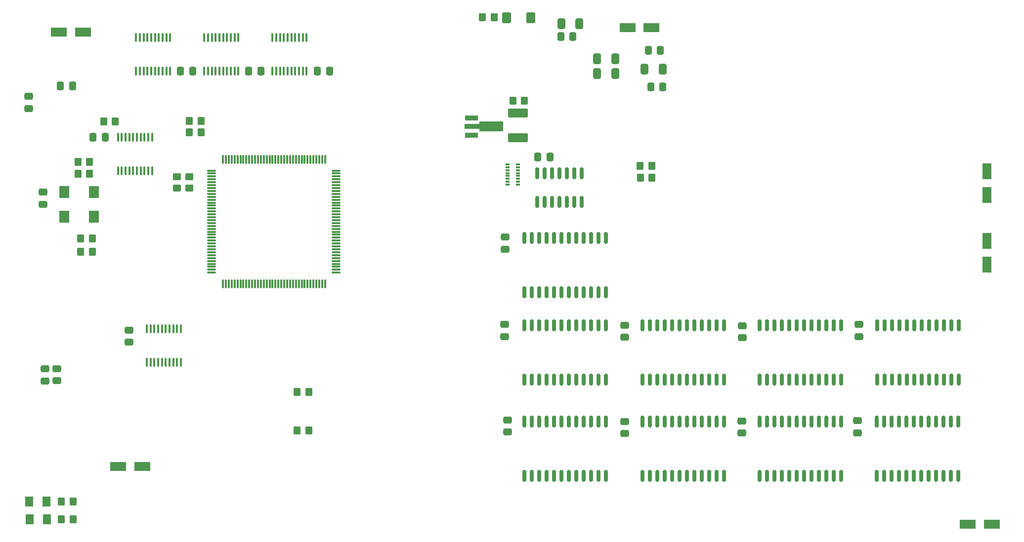
<source format=gbr>
G04 #@! TF.GenerationSoftware,KiCad,Pcbnew,(6.0.5-0)*
G04 #@! TF.CreationDate,2022-07-01T16:01:09+02:00*
G04 #@! TF.ProjectId,Z3660_v02,5a333636-305f-4763-9032-2e6b69636164,rev?*
G04 #@! TF.SameCoordinates,Original*
G04 #@! TF.FileFunction,Paste,Top*
G04 #@! TF.FilePolarity,Positive*
%FSLAX46Y46*%
G04 Gerber Fmt 4.6, Leading zero omitted, Abs format (unit mm)*
G04 Created by KiCad (PCBNEW (6.0.5-0)) date 2022-07-01 16:01:09*
%MOMM*%
%LPD*%
G01*
G04 APERTURE LIST*
G04 Aperture macros list*
%AMRoundRect*
0 Rectangle with rounded corners*
0 $1 Rounding radius*
0 $2 $3 $4 $5 $6 $7 $8 $9 X,Y pos of 4 corners*
0 Add a 4 corners polygon primitive as box body*
4,1,4,$2,$3,$4,$5,$6,$7,$8,$9,$2,$3,0*
0 Add four circle primitives for the rounded corners*
1,1,$1+$1,$2,$3*
1,1,$1+$1,$4,$5*
1,1,$1+$1,$6,$7*
1,1,$1+$1,$8,$9*
0 Add four rect primitives between the rounded corners*
20,1,$1+$1,$2,$3,$4,$5,0*
20,1,$1+$1,$4,$5,$6,$7,0*
20,1,$1+$1,$6,$7,$8,$9,0*
20,1,$1+$1,$8,$9,$2,$3,0*%
%AMFreePoly0*
4,1,9,5.362500,-0.866500,1.237500,-0.866500,1.237500,-0.450000,-1.237500,-0.450000,-1.237500,0.450000,1.237500,0.450000,1.237500,0.866500,5.362500,0.866500,5.362500,-0.866500,5.362500,-0.866500,$1*%
G04 Aperture macros list end*
%ADD10RoundRect,0.150000X0.150000X-0.825000X0.150000X0.825000X-0.150000X0.825000X-0.150000X-0.825000X0*%
%ADD11RoundRect,0.075000X0.662500X0.075000X-0.662500X0.075000X-0.662500X-0.075000X0.662500X-0.075000X0*%
%ADD12RoundRect,0.075000X0.075000X0.662500X-0.075000X0.662500X-0.075000X-0.662500X0.075000X-0.662500X0*%
%ADD13RoundRect,0.250000X-1.137500X-0.550000X1.137500X-0.550000X1.137500X0.550000X-1.137500X0.550000X0*%
%ADD14RoundRect,0.250000X0.550000X-1.137500X0.550000X1.137500X-0.550000X1.137500X-0.550000X-1.137500X0*%
%ADD15RoundRect,0.250000X0.475000X-0.337500X0.475000X0.337500X-0.475000X0.337500X-0.475000X-0.337500X0*%
%ADD16RoundRect,0.250000X-0.475000X0.337500X-0.475000X-0.337500X0.475000X-0.337500X0.475000X0.337500X0*%
%ADD17RoundRect,0.249999X-0.350001X-0.450001X0.350001X-0.450001X0.350001X0.450001X-0.350001X0.450001X0*%
%ADD18RoundRect,0.249999X-1.450001X0.537501X-1.450001X-0.537501X1.450001X-0.537501X1.450001X0.537501X0*%
%ADD19R,2.300000X0.900000*%
%ADD20FreePoly0,0.000000*%
%ADD21RoundRect,0.250000X-0.337500X-0.475000X0.337500X-0.475000X0.337500X0.475000X-0.337500X0.475000X0*%
%ADD22RoundRect,0.249999X0.450001X-0.350001X0.450001X0.350001X-0.450001X0.350001X-0.450001X-0.350001X0*%
%ADD23RoundRect,0.150000X0.150000X-0.875000X0.150000X0.875000X-0.150000X0.875000X-0.150000X-0.875000X0*%
%ADD24R,1.800000X2.000000*%
%ADD25RoundRect,0.249999X0.350001X0.450001X-0.350001X0.450001X-0.350001X-0.450001X0.350001X-0.450001X0*%
%ADD26RoundRect,0.250000X0.337500X0.475000X-0.337500X0.475000X-0.337500X-0.475000X0.337500X-0.475000X0*%
%ADD27RoundRect,0.250000X-0.550000X1.137500X-0.550000X-1.137500X0.550000X-1.137500X0.550000X1.137500X0*%
%ADD28RoundRect,0.249999X0.412501X0.650001X-0.412501X0.650001X-0.412501X-0.650001X0.412501X-0.650001X0*%
%ADD29RoundRect,0.249999X-0.412501X-0.650001X0.412501X-0.650001X0.412501X0.650001X-0.412501X0.650001X0*%
%ADD30RoundRect,0.250000X0.462500X0.625000X-0.462500X0.625000X-0.462500X-0.625000X0.462500X-0.625000X0*%
%ADD31RoundRect,0.249998X-0.537502X-0.650002X0.537502X-0.650002X0.537502X0.650002X-0.537502X0.650002X0*%
%ADD32R,0.800000X0.300000*%
%ADD33RoundRect,0.100000X0.100000X-0.637500X0.100000X0.637500X-0.100000X0.637500X-0.100000X-0.637500X0*%
%ADD34RoundRect,0.100000X-0.100000X0.637500X-0.100000X-0.637500X0.100000X-0.637500X0.100000X0.637500X0*%
%ADD35RoundRect,0.250000X-0.350000X-0.450000X0.350000X-0.450000X0.350000X0.450000X-0.350000X0.450000X0*%
%ADD36RoundRect,0.250000X0.350000X0.450000X-0.350000X0.450000X-0.350000X-0.450000X0.350000X-0.450000X0*%
G04 APERTURE END LIST*
D10*
X171974000Y-62927000D03*
X173244000Y-62927000D03*
X174514000Y-62927000D03*
X175784000Y-62927000D03*
X177054000Y-62927000D03*
X178324000Y-62927000D03*
X179594000Y-62927000D03*
X179594000Y-57977000D03*
X178324000Y-57977000D03*
X177054000Y-57977000D03*
X175784000Y-57977000D03*
X174514000Y-57977000D03*
X173244000Y-57977000D03*
X171974000Y-57977000D03*
D11*
X137535500Y-75044000D03*
X137535500Y-74544000D03*
X137535500Y-74044000D03*
X137535500Y-73544000D03*
X137535500Y-73044000D03*
X137535500Y-72544000D03*
X137535500Y-72044000D03*
X137535500Y-71544000D03*
X137535500Y-71044000D03*
X137535500Y-70544000D03*
X137535500Y-70044000D03*
X137535500Y-69544000D03*
X137535500Y-69044000D03*
X137535500Y-68544000D03*
X137535500Y-68044000D03*
X137535500Y-67544000D03*
X137535500Y-67044000D03*
X137535500Y-66544000D03*
X137535500Y-66044000D03*
X137535500Y-65544000D03*
X137535500Y-65044000D03*
X137535500Y-64544000D03*
X137535500Y-64044000D03*
X137535500Y-63544000D03*
X137535500Y-63044000D03*
X137535500Y-62544000D03*
X137535500Y-62044000D03*
X137535500Y-61544000D03*
X137535500Y-61044000D03*
X137535500Y-60544000D03*
X137535500Y-60044000D03*
X137535500Y-59544000D03*
X137535500Y-59044000D03*
X137535500Y-58544000D03*
X137535500Y-58044000D03*
X137535500Y-57544000D03*
D12*
X135623000Y-55631500D03*
X135123000Y-55631500D03*
X134623000Y-55631500D03*
X134123000Y-55631500D03*
X133623000Y-55631500D03*
X133123000Y-55631500D03*
X132623000Y-55631500D03*
X132123000Y-55631500D03*
X131623000Y-55631500D03*
X131123000Y-55631500D03*
X130623000Y-55631500D03*
X130123000Y-55631500D03*
X129623000Y-55631500D03*
X129123000Y-55631500D03*
X128623000Y-55631500D03*
X128123000Y-55631500D03*
X127623000Y-55631500D03*
X127123000Y-55631500D03*
X126623000Y-55631500D03*
X126123000Y-55631500D03*
X125623000Y-55631500D03*
X125123000Y-55631500D03*
X124623000Y-55631500D03*
X124123000Y-55631500D03*
X123623000Y-55631500D03*
X123123000Y-55631500D03*
X122623000Y-55631500D03*
X122123000Y-55631500D03*
X121623000Y-55631500D03*
X121123000Y-55631500D03*
X120623000Y-55631500D03*
X120123000Y-55631500D03*
X119623000Y-55631500D03*
X119123000Y-55631500D03*
X118623000Y-55631500D03*
X118123000Y-55631500D03*
D11*
X116210500Y-57544000D03*
X116210500Y-58044000D03*
X116210500Y-58544000D03*
X116210500Y-59044000D03*
X116210500Y-59544000D03*
X116210500Y-60044000D03*
X116210500Y-60544000D03*
X116210500Y-61044000D03*
X116210500Y-61544000D03*
X116210500Y-62044000D03*
X116210500Y-62544000D03*
X116210500Y-63044000D03*
X116210500Y-63544000D03*
X116210500Y-64044000D03*
X116210500Y-64544000D03*
X116210500Y-65044000D03*
X116210500Y-65544000D03*
X116210500Y-66044000D03*
X116210500Y-66544000D03*
X116210500Y-67044000D03*
X116210500Y-67544000D03*
X116210500Y-68044000D03*
X116210500Y-68544000D03*
X116210500Y-69044000D03*
X116210500Y-69544000D03*
X116210500Y-70044000D03*
X116210500Y-70544000D03*
X116210500Y-71044000D03*
X116210500Y-71544000D03*
X116210500Y-72044000D03*
X116210500Y-72544000D03*
X116210500Y-73044000D03*
X116210500Y-73544000D03*
X116210500Y-74044000D03*
X116210500Y-74544000D03*
X116210500Y-75044000D03*
D12*
X118123000Y-76956500D03*
X118623000Y-76956500D03*
X119123000Y-76956500D03*
X119623000Y-76956500D03*
X120123000Y-76956500D03*
X120623000Y-76956500D03*
X121123000Y-76956500D03*
X121623000Y-76956500D03*
X122123000Y-76956500D03*
X122623000Y-76956500D03*
X123123000Y-76956500D03*
X123623000Y-76956500D03*
X124123000Y-76956500D03*
X124623000Y-76956500D03*
X125123000Y-76956500D03*
X125623000Y-76956500D03*
X126123000Y-76956500D03*
X126623000Y-76956500D03*
X127123000Y-76956500D03*
X127623000Y-76956500D03*
X128123000Y-76956500D03*
X128623000Y-76956500D03*
X129123000Y-76956500D03*
X129623000Y-76956500D03*
X130123000Y-76956500D03*
X130623000Y-76956500D03*
X131123000Y-76956500D03*
X131623000Y-76956500D03*
X132123000Y-76956500D03*
X132623000Y-76956500D03*
X133123000Y-76956500D03*
X133623000Y-76956500D03*
X134123000Y-76956500D03*
X134623000Y-76956500D03*
X135123000Y-76956500D03*
X135623000Y-76956500D03*
D13*
X100172500Y-108331000D03*
X104297500Y-108331000D03*
X90012500Y-33782000D03*
X94137500Y-33782000D03*
X187421500Y-33020000D03*
X191546500Y-33020000D03*
X245714500Y-118237000D03*
X249839500Y-118237000D03*
D14*
X249047000Y-73690500D03*
X249047000Y-69565500D03*
D15*
X87274400Y-63318300D03*
X87274400Y-61243300D03*
D16*
X207010000Y-100490500D03*
X207010000Y-102565500D03*
D17*
X167783000Y-45593000D03*
X169783000Y-45593000D03*
D18*
X168656000Y-47668000D03*
X168656000Y-51943000D03*
D19*
X160664000Y-48496000D03*
D20*
X160751500Y-49996000D03*
D19*
X160664000Y-51496000D03*
D21*
X172063500Y-55245000D03*
X174138500Y-55245000D03*
D16*
X166497000Y-68939500D03*
X166497000Y-71014500D03*
X166370000Y-83925500D03*
X166370000Y-86000500D03*
X207137000Y-84158000D03*
X207137000Y-86233000D03*
X166878000Y-100308500D03*
X166878000Y-102383500D03*
X227076000Y-83925500D03*
X227076000Y-86000500D03*
X186944000Y-84052500D03*
X186944000Y-86127500D03*
X186944000Y-100562500D03*
X186944000Y-102637500D03*
D22*
X112395000Y-58563000D03*
X112395000Y-60563000D03*
D17*
X189627000Y-58801000D03*
X191627000Y-58801000D03*
X189611000Y-56769000D03*
X191611000Y-56769000D03*
D23*
X189992000Y-93423000D03*
X191262000Y-93423000D03*
X192532000Y-93423000D03*
X193802000Y-93423000D03*
X195072000Y-93423000D03*
X196342000Y-93423000D03*
X197612000Y-93423000D03*
X198882000Y-93423000D03*
X200152000Y-93423000D03*
X201422000Y-93423000D03*
X202692000Y-93423000D03*
X203962000Y-93423000D03*
X203962000Y-84123000D03*
X202692000Y-84123000D03*
X201422000Y-84123000D03*
X200152000Y-84123000D03*
X198882000Y-84123000D03*
X197612000Y-84123000D03*
X196342000Y-84123000D03*
X195072000Y-84123000D03*
X193802000Y-84123000D03*
X192532000Y-84123000D03*
X191262000Y-84123000D03*
X189992000Y-84123000D03*
X169799000Y-93423000D03*
X171069000Y-93423000D03*
X172339000Y-93423000D03*
X173609000Y-93423000D03*
X174879000Y-93423000D03*
X176149000Y-93423000D03*
X177419000Y-93423000D03*
X178689000Y-93423000D03*
X179959000Y-93423000D03*
X181229000Y-93423000D03*
X182499000Y-93423000D03*
X183769000Y-93423000D03*
X183769000Y-84123000D03*
X182499000Y-84123000D03*
X181229000Y-84123000D03*
X179959000Y-84123000D03*
X178689000Y-84123000D03*
X177419000Y-84123000D03*
X176149000Y-84123000D03*
X174879000Y-84123000D03*
X173609000Y-84123000D03*
X172339000Y-84123000D03*
X171069000Y-84123000D03*
X169799000Y-84123000D03*
X210058000Y-93423000D03*
X211328000Y-93423000D03*
X212598000Y-93423000D03*
X213868000Y-93423000D03*
X215138000Y-93423000D03*
X216408000Y-93423000D03*
X217678000Y-93423000D03*
X218948000Y-93423000D03*
X220218000Y-93423000D03*
X221488000Y-93423000D03*
X222758000Y-93423000D03*
X224028000Y-93423000D03*
X224028000Y-84123000D03*
X222758000Y-84123000D03*
X221488000Y-84123000D03*
X220218000Y-84123000D03*
X218948000Y-84123000D03*
X217678000Y-84123000D03*
X216408000Y-84123000D03*
X215138000Y-84123000D03*
X213868000Y-84123000D03*
X212598000Y-84123000D03*
X211328000Y-84123000D03*
X210058000Y-84123000D03*
X230251000Y-93423000D03*
X231521000Y-93423000D03*
X232791000Y-93423000D03*
X234061000Y-93423000D03*
X235331000Y-93423000D03*
X236601000Y-93423000D03*
X237871000Y-93423000D03*
X239141000Y-93423000D03*
X240411000Y-93423000D03*
X241681000Y-93423000D03*
X242951000Y-93423000D03*
X244221000Y-93423000D03*
X244221000Y-84123000D03*
X242951000Y-84123000D03*
X241681000Y-84123000D03*
X240411000Y-84123000D03*
X239141000Y-84123000D03*
X237871000Y-84123000D03*
X236601000Y-84123000D03*
X235331000Y-84123000D03*
X234061000Y-84123000D03*
X232791000Y-84123000D03*
X231521000Y-84123000D03*
X230251000Y-84123000D03*
D16*
X226822000Y-100435500D03*
X226822000Y-102510500D03*
D17*
X93742000Y-69215000D03*
X95742000Y-69215000D03*
X93742000Y-71501000D03*
X95742000Y-71501000D03*
D24*
X96012000Y-61247600D03*
X90932000Y-61247600D03*
X90932000Y-65447600D03*
X96012000Y-65447600D03*
D25*
X114385600Y-50952400D03*
X112385600Y-50952400D03*
D22*
X110236000Y-60563000D03*
X110236000Y-58563000D03*
D26*
X178075500Y-34594800D03*
X176000500Y-34594800D03*
D27*
X249047000Y-57627500D03*
X249047000Y-61752500D03*
D28*
X179197000Y-32359600D03*
X176072000Y-32359600D03*
D29*
X190359500Y-40132000D03*
X193484500Y-40132000D03*
D28*
X185331500Y-38354000D03*
X182206500Y-38354000D03*
X185331500Y-40894000D03*
X182206500Y-40894000D03*
D21*
X191409500Y-43180000D03*
X193484500Y-43180000D03*
X190986500Y-36957000D03*
X193061500Y-36957000D03*
D16*
X84836000Y-44809500D03*
X84836000Y-46884500D03*
D15*
X87613000Y-93620500D03*
X87613000Y-91545500D03*
X89645000Y-93599000D03*
X89645000Y-91524000D03*
D23*
X169799000Y-78437000D03*
X171069000Y-78437000D03*
X172339000Y-78437000D03*
X173609000Y-78437000D03*
X174879000Y-78437000D03*
X176149000Y-78437000D03*
X177419000Y-78437000D03*
X178689000Y-78437000D03*
X179959000Y-78437000D03*
X181229000Y-78437000D03*
X182499000Y-78437000D03*
X183769000Y-78437000D03*
X183769000Y-69137000D03*
X182499000Y-69137000D03*
X181229000Y-69137000D03*
X179959000Y-69137000D03*
X178689000Y-69137000D03*
X177419000Y-69137000D03*
X176149000Y-69137000D03*
X174879000Y-69137000D03*
X173609000Y-69137000D03*
X172339000Y-69137000D03*
X171069000Y-69137000D03*
X169799000Y-69137000D03*
X230124000Y-109933000D03*
X231394000Y-109933000D03*
X232664000Y-109933000D03*
X233934000Y-109933000D03*
X235204000Y-109933000D03*
X236474000Y-109933000D03*
X237744000Y-109933000D03*
X239014000Y-109933000D03*
X240284000Y-109933000D03*
X241554000Y-109933000D03*
X242824000Y-109933000D03*
X244094000Y-109933000D03*
X244094000Y-100633000D03*
X242824000Y-100633000D03*
X241554000Y-100633000D03*
X240284000Y-100633000D03*
X239014000Y-100633000D03*
X237744000Y-100633000D03*
X236474000Y-100633000D03*
X235204000Y-100633000D03*
X233934000Y-100633000D03*
X232664000Y-100633000D03*
X231394000Y-100633000D03*
X230124000Y-100633000D03*
X210058000Y-109933000D03*
X211328000Y-109933000D03*
X212598000Y-109933000D03*
X213868000Y-109933000D03*
X215138000Y-109933000D03*
X216408000Y-109933000D03*
X217678000Y-109933000D03*
X218948000Y-109933000D03*
X220218000Y-109933000D03*
X221488000Y-109933000D03*
X222758000Y-109933000D03*
X224028000Y-109933000D03*
X224028000Y-100633000D03*
X222758000Y-100633000D03*
X221488000Y-100633000D03*
X220218000Y-100633000D03*
X218948000Y-100633000D03*
X217678000Y-100633000D03*
X216408000Y-100633000D03*
X215138000Y-100633000D03*
X213868000Y-100633000D03*
X212598000Y-100633000D03*
X211328000Y-100633000D03*
X210058000Y-100633000D03*
X189992000Y-109933000D03*
X191262000Y-109933000D03*
X192532000Y-109933000D03*
X193802000Y-109933000D03*
X195072000Y-109933000D03*
X196342000Y-109933000D03*
X197612000Y-109933000D03*
X198882000Y-109933000D03*
X200152000Y-109933000D03*
X201422000Y-109933000D03*
X202692000Y-109933000D03*
X203962000Y-109933000D03*
X203962000Y-100633000D03*
X202692000Y-100633000D03*
X201422000Y-100633000D03*
X200152000Y-100633000D03*
X198882000Y-100633000D03*
X197612000Y-100633000D03*
X196342000Y-100633000D03*
X195072000Y-100633000D03*
X193802000Y-100633000D03*
X192532000Y-100633000D03*
X191262000Y-100633000D03*
X189992000Y-100633000D03*
X169799000Y-109933000D03*
X171069000Y-109933000D03*
X172339000Y-109933000D03*
X173609000Y-109933000D03*
X174879000Y-109933000D03*
X176149000Y-109933000D03*
X177419000Y-109933000D03*
X178689000Y-109933000D03*
X179959000Y-109933000D03*
X181229000Y-109933000D03*
X182499000Y-109933000D03*
X183769000Y-109933000D03*
X183769000Y-100633000D03*
X182499000Y-100633000D03*
X181229000Y-100633000D03*
X179959000Y-100633000D03*
X178689000Y-100633000D03*
X177419000Y-100633000D03*
X176149000Y-100633000D03*
X174879000Y-100633000D03*
X173609000Y-100633000D03*
X172339000Y-100633000D03*
X171069000Y-100633000D03*
X169799000Y-100633000D03*
D30*
X87926500Y-114300000D03*
X84951500Y-114300000D03*
D25*
X92424000Y-114300000D03*
X90424000Y-114300000D03*
D30*
X87953487Y-117348000D03*
X84978487Y-117348000D03*
D25*
X92424000Y-117348000D03*
X90424000Y-117348000D03*
D31*
X166695500Y-31369000D03*
X170870500Y-31369000D03*
D25*
X114385600Y-49047400D03*
X112385600Y-49047400D03*
D21*
X90275500Y-43053000D03*
X92350500Y-43053000D03*
D25*
X95282000Y-58115200D03*
X93282000Y-58115200D03*
X95282000Y-56083200D03*
X93282000Y-56083200D03*
D32*
X166892400Y-56466800D03*
X166892400Y-56966800D03*
X166892400Y-57466800D03*
X166892400Y-57966800D03*
X166892400Y-58466800D03*
X166892400Y-58966800D03*
X166892400Y-59466800D03*
X166892400Y-59966800D03*
X168692400Y-59966800D03*
X168692400Y-59466800D03*
X168692400Y-58966800D03*
X168692400Y-58466800D03*
X168692400Y-57966800D03*
X168692400Y-57466800D03*
X168692400Y-56966800D03*
X168692400Y-56466800D03*
D25*
X164576000Y-31242000D03*
X162576000Y-31242000D03*
D16*
X102057200Y-84916100D03*
X102057200Y-86991100D03*
D21*
X110849500Y-40452800D03*
X112924500Y-40452800D03*
D33*
X105075800Y-90441700D03*
X105725800Y-90441700D03*
X106375800Y-90441700D03*
X107025800Y-90441700D03*
X107675800Y-90441700D03*
X108325800Y-90441700D03*
X108975800Y-90441700D03*
X109625800Y-90441700D03*
X110275800Y-90441700D03*
X110925800Y-90441700D03*
X110925800Y-84716700D03*
X110275800Y-84716700D03*
X109625800Y-84716700D03*
X108975800Y-84716700D03*
X108325800Y-84716700D03*
X107675800Y-84716700D03*
X107025800Y-84716700D03*
X106375800Y-84716700D03*
X105725800Y-84716700D03*
X105075800Y-84716700D03*
D34*
X109097000Y-34729500D03*
X108447000Y-34729500D03*
X107797000Y-34729500D03*
X107147000Y-34729500D03*
X106497000Y-34729500D03*
X105847000Y-34729500D03*
X105197000Y-34729500D03*
X104547000Y-34729500D03*
X103897000Y-34729500D03*
X103247000Y-34729500D03*
X103247000Y-40454500D03*
X103897000Y-40454500D03*
X104547000Y-40454500D03*
X105197000Y-40454500D03*
X105847000Y-40454500D03*
X106497000Y-40454500D03*
X107147000Y-40454500D03*
X107797000Y-40454500D03*
X108447000Y-40454500D03*
X109097000Y-40454500D03*
D35*
X130826000Y-102108000D03*
X132826000Y-102108000D03*
D21*
X134293700Y-40503600D03*
X136368700Y-40503600D03*
D26*
X97929100Y-51834800D03*
X95854100Y-51834800D03*
D36*
X132826000Y-95504000D03*
X130826000Y-95504000D03*
X97679000Y-49149000D03*
X99679000Y-49149000D03*
D33*
X100144000Y-57567500D03*
X100794000Y-57567500D03*
X101444000Y-57567500D03*
X102094000Y-57567500D03*
X102744000Y-57567500D03*
X103394000Y-57567500D03*
X104044000Y-57567500D03*
X104694000Y-57567500D03*
X105344000Y-57567500D03*
X105994000Y-57567500D03*
X105994000Y-51842500D03*
X105344000Y-51842500D03*
X104694000Y-51842500D03*
X104044000Y-51842500D03*
X103394000Y-51842500D03*
X102744000Y-51842500D03*
X102094000Y-51842500D03*
X101444000Y-51842500D03*
X100794000Y-51842500D03*
X100144000Y-51842500D03*
D34*
X132465000Y-34745500D03*
X131815000Y-34745500D03*
X131165000Y-34745500D03*
X130515000Y-34745500D03*
X129865000Y-34745500D03*
X129215000Y-34745500D03*
X128565000Y-34745500D03*
X127915000Y-34745500D03*
X127265000Y-34745500D03*
X126615000Y-34745500D03*
X126615000Y-40470500D03*
X127265000Y-40470500D03*
X127915000Y-40470500D03*
X128565000Y-40470500D03*
X129215000Y-40470500D03*
X129865000Y-40470500D03*
X130515000Y-40470500D03*
X131165000Y-40470500D03*
X131815000Y-40470500D03*
X132465000Y-40470500D03*
X120781000Y-34745500D03*
X120131000Y-34745500D03*
X119481000Y-34745500D03*
X118831000Y-34745500D03*
X118181000Y-34745500D03*
X117531000Y-34745500D03*
X116881000Y-34745500D03*
X116231000Y-34745500D03*
X115581000Y-34745500D03*
X114931000Y-34745500D03*
X114931000Y-40470500D03*
X115581000Y-40470500D03*
X116231000Y-40470500D03*
X116881000Y-40470500D03*
X117531000Y-40470500D03*
X118181000Y-40470500D03*
X118831000Y-40470500D03*
X119481000Y-40470500D03*
X120131000Y-40470500D03*
X120781000Y-40470500D03*
D21*
X122558900Y-40503600D03*
X124633900Y-40503600D03*
M02*

</source>
